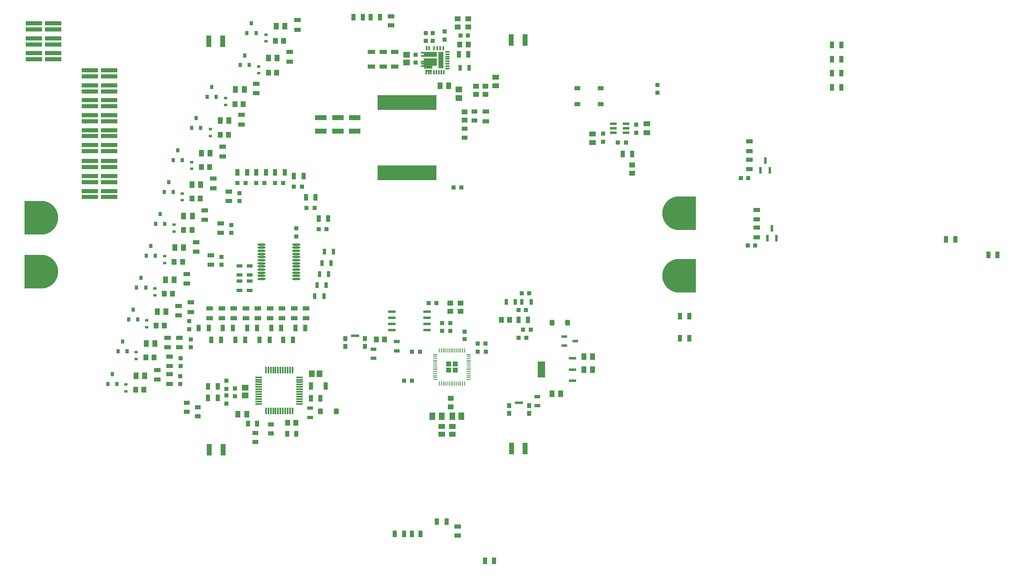
<source format=gbr>
%TF.GenerationSoftware,KiCad,Pcbnew,7.0.10*%
%TF.CreationDate,2025-04-22T22:54:08-04:00*%
%TF.ProjectId,bms-board,626d732d-626f-4617-9264-2e6b69636164,rev?*%
%TF.SameCoordinates,Original*%
%TF.FileFunction,Paste,Top*%
%TF.FilePolarity,Positive*%
%FSLAX46Y46*%
G04 Gerber Fmt 4.6, Leading zero omitted, Abs format (unit mm)*
G04 Created by KiCad (PCBNEW 7.0.10) date 2025-04-22 22:54:08*
%MOMM*%
%LPD*%
G01*
G04 APERTURE LIST*
G04 Aperture macros list*
%AMRoundRect*
0 Rectangle with rounded corners*
0 $1 Rounding radius*
0 $2 $3 $4 $5 $6 $7 $8 $9 X,Y pos of 4 corners*
0 Add a 4 corners polygon primitive as box body*
4,1,4,$2,$3,$4,$5,$6,$7,$8,$9,$2,$3,0*
0 Add four circle primitives for the rounded corners*
1,1,$1+$1,$2,$3*
1,1,$1+$1,$4,$5*
1,1,$1+$1,$6,$7*
1,1,$1+$1,$8,$9*
0 Add four rect primitives between the rounded corners*
20,1,$1+$1,$2,$3,$4,$5,0*
20,1,$1+$1,$4,$5,$6,$7,0*
20,1,$1+$1,$6,$7,$8,$9,0*
20,1,$1+$1,$8,$9,$2,$3,0*%
%AMFreePoly0*
4,1,34,-3.500000,0.000000,-3.488454,0.284056,-3.437293,0.659559,-3.345832,1.027329,-3.215145,1.383055,-3.046763,1.722566,-2.842661,2.041881,-2.605231,2.337257,-2.337257,2.605231,-2.041881,2.842661,-1.722566,3.046763,-1.383055,3.215145,-1.027329,3.345832,-0.659559,3.437293,-0.284056,3.488454,0.000000,3.500000,0.284056,3.488454,0.659559,3.437293,1.027329,3.345832,1.383055,3.215145,
1.722566,3.046763,2.041881,2.842661,2.337257,2.605231,2.605231,2.337257,2.842661,2.041881,3.046763,1.722566,3.215145,1.383055,3.345832,1.027329,3.437293,0.659559,3.488454,0.284056,3.500000,0.000000,3.500000,-3.500000,-3.500000,-3.500000,-3.500000,0.000000,-3.500000,0.000000,$1*%
G04 Aperture macros list end*
%ADD10R,1.450000X0.950000*%
%ADD11R,0.890000X0.930000*%
%ADD12R,1.397000X0.863600*%
%ADD13R,1.300000X0.700000*%
%ADD14R,0.863600X1.397000*%
%ADD15R,0.950000X1.450000*%
%ADD16R,3.352800X0.903200*%
%ADD17R,1.193800X1.016000*%
%ADD18R,0.700000X0.600000*%
%ADD19R,1.016000X1.193800*%
%ADD20R,1.600000X0.855600*%
%ADD21R,0.300000X1.475000*%
%ADD22R,1.475000X0.300000*%
%ADD23R,12.192000X3.022600*%
%ADD24R,0.863600X1.244600*%
%ADD25R,0.889000X0.863600*%
%ADD26R,1.524000X0.533400*%
%ADD27R,0.965200X1.346200*%
%ADD28R,0.863600X0.889000*%
%ADD29R,0.800000X0.900000*%
%ADD30R,1.244600X0.863600*%
%ADD31R,1.000000X1.400000*%
%ADD32R,0.920000X1.380000*%
%ADD33R,2.489200X1.066800*%
%ADD34R,0.700000X1.300000*%
%ADD35RoundRect,0.242500X-0.242500X-0.367500X0.242500X-0.367500X0.242500X0.367500X-0.242500X0.367500X0*%
%ADD36R,1.470000X1.160000*%
%ADD37O,1.649999X0.449999*%
%ADD38R,1.110000X1.470000*%
%ADD39R,1.549400X0.609600*%
%ADD40R,1.549400X3.251200*%
%ADD41R,1.380000X0.920000*%
%ADD42R,1.066800X2.489200*%
%ADD43R,1.300000X1.500000*%
%ADD44R,1.066800X1.397000*%
%ADD45R,1.447800X1.117600*%
%ADD46R,1.397000X1.066800*%
%ADD47R,0.609600X1.320800*%
%ADD48R,1.346200X0.965200*%
%ADD49R,0.930000X0.890000*%
%ADD50R,1.449997X1.305598*%
%ADD51R,1.400000X1.100000*%
%ADD52R,1.244600X0.939800*%
%ADD53R,1.150000X0.600000*%
%ADD54RoundRect,0.250000X-0.292217X-0.292217X0.292217X-0.292217X0.292217X0.292217X-0.292217X0.292217X0*%
%ADD55RoundRect,0.050000X-0.387500X-0.050000X0.387500X-0.050000X0.387500X0.050000X-0.387500X0.050000X0*%
%ADD56RoundRect,0.050000X-0.050000X-0.387500X0.050000X-0.387500X0.050000X0.387500X-0.050000X0.387500X0*%
%ADD57R,0.889000X0.990600*%
%ADD58R,1.701800X0.558800*%
%ADD59R,1.005599X1.199998*%
%ADD60R,0.855600X1.600000*%
%ADD61R,1.320800X0.558800*%
%ADD62R,1.305598X1.449997*%
%ADD63R,0.350000X0.950000*%
%ADD64R,0.950000X0.350000*%
%ADD65R,1.350000X0.300000*%
%ADD66R,1.100000X3.400000*%
%ADD67R,2.700000X1.100000*%
%ADD68R,2.700000X1.520000*%
%ADD69R,1.730000X2.100000*%
%ADD70FreePoly0,270.000000*%
%ADD71FreePoly0,90.000000*%
G04 APERTURE END LIST*
%TO.C,U5*%
G36*
X138348900Y-107525600D02*
G01*
X136799500Y-107525600D01*
X136799500Y-104274400D01*
X138348900Y-104274400D01*
X138348900Y-107525600D01*
G37*
%TD*%
D10*
%TO.C,R1*%
X60500000Y-106900000D03*
X60500000Y-108900000D03*
%TD*%
D11*
%TO.C,C88*%
X178859998Y-66200000D03*
X180399998Y-66200000D03*
%TD*%
D12*
%TO.C,R78*%
X71338850Y-93200000D03*
X71338850Y-95257400D03*
%TD*%
D13*
%TO.C,R91*%
X89700000Y-113900000D03*
X89700000Y-115800000D03*
%TD*%
%TO.C,R117*%
X136700000Y-111500000D03*
X136700000Y-113400000D03*
%TD*%
D14*
%TO.C,R82*%
X84081450Y-99728700D03*
X86138850Y-99728700D03*
%TD*%
D15*
%TO.C,R46*%
X84400000Y-65000000D03*
X82400000Y-65000000D03*
%TD*%
D10*
%TO.C,R30*%
X67850000Y-74900000D03*
X67850000Y-72900000D03*
%TD*%
D16*
%TO.C,R3*%
X44000000Y-70147771D03*
X44000000Y-68891971D03*
%TD*%
D17*
%TO.C,R108*%
X121625000Y-52500300D03*
X121625000Y-54202100D03*
%TD*%
D10*
%TO.C,R6*%
X60500000Y-103200000D03*
X60500000Y-105200000D03*
%TD*%
D18*
%TO.C,Z3*%
X55800000Y-97100000D03*
X55800000Y-95700000D03*
%TD*%
D19*
%TO.C,R37*%
X68801800Y-63949000D03*
X67100000Y-63949000D03*
%TD*%
D20*
%TO.C,C30*%
X104800000Y-43108400D03*
X104800000Y-40052798D03*
%TD*%
D21*
%TO.C,U2*%
X86000000Y-106024000D03*
X85500000Y-106024000D03*
X85000000Y-106024000D03*
X84500000Y-106024000D03*
X84000000Y-106024000D03*
X83500000Y-106024000D03*
X83000000Y-106024000D03*
X82500000Y-106024000D03*
X82000000Y-106024000D03*
X81500000Y-106024000D03*
X81000000Y-106024000D03*
X80500000Y-106024000D03*
D22*
X79012000Y-107512000D03*
X79012000Y-108012000D03*
X79012000Y-108512000D03*
X79012000Y-109012000D03*
X79012000Y-109512000D03*
X79012000Y-110012000D03*
X79012000Y-110512000D03*
X79012000Y-111012000D03*
X79012000Y-111512000D03*
X79012000Y-112012000D03*
X79012000Y-112512000D03*
X79012000Y-113012000D03*
D21*
X80500000Y-114500000D03*
X81000000Y-114500000D03*
X81500000Y-114500000D03*
X82000000Y-114500000D03*
X82500000Y-114500000D03*
X83000000Y-114500000D03*
X83500000Y-114500000D03*
X84000000Y-114500000D03*
X84500000Y-114500000D03*
X85000000Y-114500000D03*
X85500000Y-114500000D03*
X86000000Y-114500000D03*
D22*
X87488000Y-113012000D03*
X87488000Y-112512000D03*
X87488000Y-112012000D03*
X87488000Y-111512000D03*
X87488000Y-111012000D03*
X87488000Y-110512000D03*
X87488000Y-110012000D03*
X87488000Y-109512000D03*
X87488000Y-109012000D03*
X87488000Y-108512000D03*
X87488000Y-108012000D03*
X87488000Y-107512000D03*
%TD*%
D23*
%TO.C,L1*%
X109700000Y-50555200D03*
X109700000Y-65109400D03*
%TD*%
D24*
%TO.C,C27*%
X86754200Y-119200000D03*
X84900000Y-119200000D03*
%TD*%
D15*
%TO.C,R93*%
X70512000Y-111788000D03*
X68512000Y-111788000D03*
%TD*%
D13*
%TO.C,R116*%
X107600000Y-100100000D03*
X107600000Y-102000000D03*
%TD*%
D15*
%TO.C,R61*%
X93400000Y-74600000D03*
X91400000Y-74600000D03*
%TD*%
D16*
%TO.C,R43*%
X44000000Y-45155800D03*
X44000000Y-43900000D03*
%TD*%
%TO.C,R28*%
X44000000Y-54443743D03*
X44000000Y-53187943D03*
%TD*%
%TO.C,R58*%
X32400000Y-35408038D03*
X32400000Y-34152238D03*
%TD*%
D25*
%TO.C,C34*%
X111500000Y-42300000D03*
X111500000Y-40649000D03*
%TD*%
D26*
%TO.C,U4*%
X106555100Y-93895000D03*
X106555100Y-95165000D03*
X106555100Y-96435000D03*
X106555100Y-97705000D03*
X113844900Y-97705000D03*
X113844900Y-96435000D03*
X113844900Y-95165000D03*
X113844900Y-93895000D03*
%TD*%
D27*
%TO.C,LED14*%
X112554200Y-140000000D03*
X110700000Y-140000000D03*
%TD*%
D28*
%TO.C,C61*%
X114200000Y-92100000D03*
X115851000Y-92100000D03*
%TD*%
D29*
%TO.C,Q2*%
X49849800Y-102100000D03*
X51750200Y-102100000D03*
X50800000Y-100100000D03*
%TD*%
D30*
%TO.C,C25*%
X78300000Y-120900000D03*
X78300000Y-119045800D03*
%TD*%
D31*
%TO.C,LED3*%
X58000000Y-93900000D03*
X59800000Y-93900000D03*
%TD*%
D25*
%TO.C,C1*%
X62700000Y-107249000D03*
X62700000Y-108900000D03*
%TD*%
D32*
%TO.C,R129*%
X197810000Y-47410000D03*
X199720000Y-47410000D03*
%TD*%
D28*
%TO.C,C76*%
X124400000Y-102200000D03*
X126051000Y-102200000D03*
%TD*%
D16*
%TO.C,R14*%
X48000000Y-63955800D03*
X48000000Y-62700000D03*
%TD*%
D32*
%TO.C,R112*%
X168210000Y-94840000D03*
X166300000Y-94840000D03*
%TD*%
D33*
%TO.C,C46*%
X95400000Y-53655200D03*
X95400000Y-56500000D03*
%TD*%
D34*
%TO.C,R70*%
X90600000Y-90700000D03*
X92500000Y-90700000D03*
%TD*%
%TO.C,R62*%
X94500000Y-81500000D03*
X92600000Y-81500000D03*
%TD*%
%TO.C,R123*%
X135440000Y-91900000D03*
X133540000Y-91900000D03*
%TD*%
D10*
%TO.C,R15*%
X62400000Y-94700000D03*
X62400000Y-92700000D03*
%TD*%
D35*
%TO.C,D1*%
X91800000Y-114600000D03*
X95080000Y-114600000D03*
%TD*%
D36*
%TO.C,C37*%
X120500000Y-49600000D03*
X120500000Y-47840000D03*
%TD*%
D17*
%TO.C,R130*%
X156400000Y-65201800D03*
X156400000Y-63500000D03*
%TD*%
D15*
%TO.C,R51*%
X88300000Y-65800000D03*
X86300000Y-65800000D03*
%TD*%
D30*
%TO.C,C22*%
X64100000Y-112772900D03*
X64100000Y-114627100D03*
%TD*%
D16*
%TO.C,R13*%
X44000000Y-63955800D03*
X44000000Y-62700000D03*
%TD*%
D14*
%TO.C,R88*%
X69138850Y-99728700D03*
X71196250Y-99728700D03*
%TD*%
D33*
%TO.C,C47*%
X91900000Y-53655200D03*
X91900000Y-56500000D03*
%TD*%
D37*
%TO.C,U1*%
X79549999Y-80000000D03*
X79549999Y-80650001D03*
X79549999Y-81300000D03*
X79549999Y-81950001D03*
X79549999Y-82600000D03*
X79549999Y-83250001D03*
X79549999Y-83900000D03*
X79549999Y-84550001D03*
X79549999Y-85200000D03*
X79549999Y-85850001D03*
X79549999Y-86499999D03*
X79549999Y-87150001D03*
X86800000Y-87150001D03*
X86800000Y-86499999D03*
X86800000Y-85850001D03*
X86800000Y-85200000D03*
X86800000Y-84550001D03*
X86800000Y-83900000D03*
X86800000Y-83250001D03*
X86800000Y-82600000D03*
X86800000Y-81950001D03*
X86800000Y-81300000D03*
X86800000Y-80650001D03*
X86800000Y-80000000D03*
%TD*%
D31*
%TO.C,LED2*%
X55700000Y-100500000D03*
X57500000Y-100500000D03*
%TD*%
D10*
%TO.C,R35*%
X69600000Y-68300000D03*
X69600000Y-66300000D03*
%TD*%
D27*
%TO.C,LED13*%
X230174300Y-82129300D03*
X232028500Y-82129300D03*
%TD*%
D25*
%TO.C,C5*%
X71300000Y-84200000D03*
X71300000Y-82549000D03*
%TD*%
D12*
%TO.C,R77*%
X73838850Y-93200000D03*
X73838850Y-95257400D03*
%TD*%
D25*
%TO.C,C6*%
X73300000Y-77600000D03*
X73300000Y-75949000D03*
%TD*%
D15*
%TO.C,R41*%
X80500000Y-65000000D03*
X78500000Y-65000000D03*
%TD*%
D38*
%TO.C,C21*%
X76500000Y-115200000D03*
X74700000Y-115200000D03*
%TD*%
D18*
%TO.C,Z2*%
X53600000Y-103700000D03*
X53600000Y-102300000D03*
%TD*%
D24*
%TO.C,C24*%
X78654200Y-117100000D03*
X76800000Y-117100000D03*
%TD*%
D10*
%TO.C,R10*%
X60100000Y-101300000D03*
X60100000Y-99300000D03*
%TD*%
D19*
%TO.C,R2*%
X55201800Y-110100000D03*
X53500000Y-110100000D03*
%TD*%
D39*
%TO.C,U5*%
X144025800Y-108198700D03*
D40*
X137574200Y-105900000D03*
D39*
X144025800Y-105900000D03*
X144025800Y-103601300D03*
%TD*%
D25*
%TO.C,C7*%
X75000000Y-71000000D03*
X75000000Y-69349000D03*
%TD*%
D16*
%TO.C,R4*%
X48000000Y-70149914D03*
X48000000Y-68894114D03*
%TD*%
D31*
%TO.C,LED8*%
X67100000Y-61100000D03*
X68900000Y-61100000D03*
%TD*%
D14*
%TO.C,R81*%
X86581450Y-97328700D03*
X88638850Y-97328700D03*
%TD*%
D15*
%TO.C,R56*%
X90800000Y-70200000D03*
X88800000Y-70200000D03*
%TD*%
D19*
%TO.C,R32*%
X66901800Y-70449000D03*
X65200000Y-70449000D03*
%TD*%
D31*
%TO.C,LED12*%
X82649100Y-34700000D03*
X84449100Y-34700000D03*
%TD*%
D41*
%TO.C,R95*%
X106400000Y-32690000D03*
X106400000Y-34600000D03*
%TD*%
D32*
%TO.C,R111*%
X168210000Y-99440000D03*
X166300000Y-99440000D03*
%TD*%
D16*
%TO.C,R33*%
X44000000Y-51347762D03*
X44000000Y-50091962D03*
%TD*%
D14*
%TO.C,R87*%
X71581450Y-97328700D03*
X73638850Y-97328700D03*
%TD*%
D30*
%TO.C,C41*%
X121625000Y-55975000D03*
X121625000Y-57829200D03*
%TD*%
D18*
%TO.C,Z1*%
X51500000Y-110400000D03*
X51500000Y-109000000D03*
%TD*%
D25*
%TO.C,C65*%
X117000000Y-96249000D03*
X117000000Y-97900000D03*
%TD*%
D12*
%TO.C,R74*%
X81338850Y-93200000D03*
X81338850Y-95257400D03*
%TD*%
D10*
%TO.C,R31*%
X72800000Y-69000000D03*
X72800000Y-71000000D03*
%TD*%
D16*
%TO.C,R23*%
X44000000Y-57539724D03*
X44000000Y-56283924D03*
%TD*%
D10*
%TO.C,R50*%
X78500000Y-48651000D03*
X78500000Y-46651000D03*
%TD*%
D28*
%TO.C,C77*%
X135400000Y-97600000D03*
X133749000Y-97600000D03*
%TD*%
D19*
%TO.C,R7*%
X57301800Y-103400000D03*
X55600000Y-103400000D03*
%TD*%
D42*
%TO.C,C44*%
X71600000Y-122500000D03*
X68755200Y-122500000D03*
%TD*%
D43*
%TO.C,C59*%
X115000000Y-115600000D03*
X116900000Y-115600000D03*
%TD*%
D44*
%TO.C,C62*%
X146400000Y-103200000D03*
X148203400Y-103200000D03*
%TD*%
D34*
%TO.C,R69*%
X91100000Y-88400000D03*
X93000000Y-88400000D03*
%TD*%
D12*
%TO.C,R76*%
X76338850Y-93200000D03*
X76338850Y-95257400D03*
%TD*%
D16*
%TO.C,R53*%
X32400000Y-38504019D03*
X32400000Y-37248219D03*
%TD*%
D29*
%TO.C,Q1*%
X47749800Y-108900000D03*
X49650200Y-108900000D03*
X48700000Y-106900000D03*
%TD*%
D30*
%TO.C,C26*%
X81500000Y-117300000D03*
X81500000Y-119154200D03*
%TD*%
D16*
%TO.C,R44*%
X48000000Y-45155800D03*
X48000000Y-43900000D03*
%TD*%
D20*
%TO.C,C29*%
X102400000Y-43108400D03*
X102400000Y-40052798D03*
%TD*%
D30*
%TO.C,C39*%
X123700000Y-52418700D03*
X123700000Y-54272900D03*
%TD*%
D25*
%TO.C,C18*%
X74112000Y-109788000D03*
X74112000Y-111439000D03*
%TD*%
D17*
%TO.C,R100*%
X122390000Y-34931300D03*
X122390000Y-33229500D03*
%TD*%
D31*
%TO.C,LED7*%
X65200000Y-67600000D03*
X67000000Y-67600000D03*
%TD*%
D12*
%TO.C,R79*%
X68838850Y-93200000D03*
X68838850Y-95257400D03*
%TD*%
D45*
%TO.C,C35*%
X128070200Y-45279600D03*
X128070200Y-47073200D03*
%TD*%
D13*
%TO.C,R120*%
X102800000Y-103600000D03*
X102800000Y-101700000D03*
%TD*%
D46*
%TO.C,C86*%
X159400000Y-56800000D03*
X159400000Y-54996600D03*
%TD*%
D42*
%TO.C,C52*%
X68655200Y-37900000D03*
X71500000Y-37900000D03*
%TD*%
D34*
%TO.C,R67*%
X92100000Y-83800000D03*
X94000000Y-83800000D03*
%TD*%
D31*
%TO.C,LED1*%
X53600000Y-107200000D03*
X55400000Y-107200000D03*
%TD*%
D11*
%TO.C,C78*%
X135040000Y-90100000D03*
X133500000Y-90100000D03*
%TD*%
D31*
%TO.C,LED9*%
X71000000Y-54300000D03*
X72800000Y-54300000D03*
%TD*%
D29*
%TO.C,Q11*%
X75149800Y-42800000D03*
X77050200Y-42800000D03*
X76100000Y-40800000D03*
%TD*%
D19*
%TO.C,R17*%
X61151800Y-90200000D03*
X59450000Y-90200000D03*
%TD*%
D17*
%TO.C,R98*%
X125970200Y-47171400D03*
X125970200Y-48873200D03*
%TD*%
D10*
%TO.C,R45*%
X75400000Y-55100000D03*
X75400000Y-53100000D03*
%TD*%
D19*
%TO.C,R115*%
X103398200Y-99700000D03*
X105100000Y-99700000D03*
%TD*%
D14*
%TO.C,R84*%
X79181450Y-99728700D03*
X81238850Y-99728700D03*
%TD*%
D38*
%TO.C,C38*%
X118400000Y-47100000D03*
X116600000Y-47100000D03*
%TD*%
D15*
%TO.C,R80*%
X91800000Y-111900000D03*
X89800000Y-111900000D03*
%TD*%
D25*
%TO.C,C3*%
X64900000Y-101300000D03*
X64900000Y-99649000D03*
%TD*%
D47*
%TO.C,U9*%
X182999998Y-64600000D03*
X184900000Y-64600000D03*
X183949999Y-62569600D03*
%TD*%
D10*
%TO.C,R20*%
X64050000Y-88100000D03*
X64050000Y-86100000D03*
%TD*%
D48*
%TO.C,LED15*%
X120200000Y-140300000D03*
X120200000Y-138445800D03*
%TD*%
D49*
%TO.C,C67*%
X121700000Y-98060000D03*
X121700000Y-99600000D03*
%TD*%
D19*
%TO.C,R57*%
X84150900Y-37800000D03*
X82449100Y-37800000D03*
%TD*%
D28*
%TO.C,C73*%
X110751000Y-108200000D03*
X109100000Y-108200000D03*
%TD*%
D15*
%TO.C,R36*%
X76600000Y-65000000D03*
X74600000Y-65000000D03*
%TD*%
D14*
%TO.C,R85*%
X76581450Y-97328700D03*
X78638850Y-97328700D03*
%TD*%
D29*
%TO.C,Q3*%
X52049800Y-95500000D03*
X53950200Y-95500000D03*
X53000000Y-93500000D03*
%TD*%
D28*
%TO.C,C12*%
X88900000Y-72400000D03*
X90551000Y-72400000D03*
%TD*%
D17*
%TO.C,R103*%
X120221800Y-33229500D03*
X120221800Y-34931300D03*
%TD*%
D28*
%TO.C,C85*%
X153449000Y-58900000D03*
X155100000Y-58900000D03*
%TD*%
D10*
%TO.C,R26*%
X71150000Y-75600000D03*
X71150000Y-77600000D03*
%TD*%
D28*
%TO.C,C79*%
X134451000Y-99300000D03*
X132800000Y-99300000D03*
%TD*%
D19*
%TO.C,R47*%
X75801800Y-50900000D03*
X74100000Y-50900000D03*
%TD*%
D32*
%TO.C,R97*%
X98632400Y-32823700D03*
X100542400Y-32823700D03*
%TD*%
D10*
%TO.C,R133*%
X180699998Y-60600000D03*
X180699998Y-58600000D03*
%TD*%
D20*
%TO.C,C31*%
X107200000Y-43100000D03*
X107200000Y-40044398D03*
%TD*%
D19*
%TO.C,R12*%
X59401800Y-96800000D03*
X57700000Y-96800000D03*
%TD*%
D29*
%TO.C,Q5*%
X55700000Y-82300000D03*
X57600400Y-82300000D03*
X56650200Y-80300000D03*
%TD*%
D28*
%TO.C,C10*%
X82400000Y-67200000D03*
X84051000Y-67200000D03*
%TD*%
D32*
%TO.C,R114*%
X107190000Y-140000000D03*
X109100000Y-140000000D03*
%TD*%
D25*
%TO.C,C75*%
X118700000Y-97900000D03*
X118700000Y-96249000D03*
%TD*%
D33*
%TO.C,C45*%
X98900000Y-53655200D03*
X98900000Y-56500000D03*
%TD*%
D17*
%TO.C,R119*%
X120800000Y-93800000D03*
X120800000Y-92098200D03*
%TD*%
D34*
%TO.C,R107*%
X122600000Y-43400000D03*
X120700000Y-43400000D03*
%TD*%
D13*
%TO.C,R64*%
X75000000Y-86300000D03*
X75000000Y-84400000D03*
%TD*%
D16*
%TO.C,R9*%
X48000000Y-67051781D03*
X48000000Y-65795981D03*
%TD*%
D28*
%TO.C,C11*%
X86300000Y-68000000D03*
X87951000Y-68000000D03*
%TD*%
D29*
%TO.C,Q9*%
X65099600Y-55800000D03*
X67000000Y-55800000D03*
X66049800Y-53800000D03*
%TD*%
%TO.C,Q8*%
X61300000Y-62500000D03*
X63200400Y-62500000D03*
X62250200Y-60500000D03*
%TD*%
D11*
%TO.C,C87*%
X180359998Y-80200000D03*
X181899998Y-80200000D03*
%TD*%
D32*
%TO.C,R96*%
X102232400Y-32823700D03*
X104142400Y-32823700D03*
%TD*%
D19*
%TO.C,R22*%
X63201800Y-83600000D03*
X61500000Y-83600000D03*
%TD*%
D16*
%TO.C,R19*%
X48000000Y-60635705D03*
X48000000Y-59379905D03*
%TD*%
%TO.C,R18*%
X44000000Y-60635705D03*
X44000000Y-59379905D03*
%TD*%
D31*
%TO.C,LED5*%
X61600000Y-80600000D03*
X63400000Y-80600000D03*
%TD*%
D14*
%TO.C,R89*%
X66581450Y-97328700D03*
X68638850Y-97328700D03*
%TD*%
D46*
%TO.C,C82*%
X148200000Y-58900000D03*
X148200000Y-57096600D03*
%TD*%
D11*
%TO.C,C80*%
X134340000Y-93600000D03*
X132800000Y-93600000D03*
%TD*%
D34*
%TO.C,R68*%
X91600000Y-86100000D03*
X93500000Y-86100000D03*
%TD*%
D28*
%TO.C,C74*%
X112400000Y-102200000D03*
X110749000Y-102200000D03*
%TD*%
D25*
%TO.C,C83*%
X150400000Y-58651000D03*
X150400000Y-57000000D03*
%TD*%
D16*
%TO.C,R29*%
X48000000Y-54443743D03*
X48000000Y-53187943D03*
%TD*%
D10*
%TO.C,R40*%
X71500000Y-61700000D03*
X71500000Y-59700000D03*
%TD*%
%TO.C,R11*%
X62600000Y-99300000D03*
X62600000Y-101300000D03*
%TD*%
D31*
%TO.C,LED10*%
X74200000Y-47851000D03*
X76000000Y-47851000D03*
%TD*%
D18*
%TO.C,Z9*%
X69000000Y-57500000D03*
X69000000Y-56100000D03*
%TD*%
D50*
%TO.C,C32*%
X109600000Y-42254598D03*
X109600000Y-40649000D03*
%TD*%
D15*
%TO.C,R125*%
X134800000Y-95600000D03*
X132800000Y-95600000D03*
%TD*%
D25*
%TO.C,C17*%
X72312000Y-109888000D03*
X72312000Y-108237000D03*
%TD*%
D19*
%TO.C,R124*%
X129298200Y-95560900D03*
X131000000Y-95560900D03*
%TD*%
D28*
%TO.C,C43*%
X121000000Y-68200000D03*
X119349000Y-68200000D03*
%TD*%
D25*
%TO.C,C33*%
X117487400Y-35866100D03*
X117487400Y-37517100D03*
%TD*%
%TO.C,C81*%
X161600000Y-46900000D03*
X161600000Y-48551000D03*
%TD*%
D51*
%TO.C,X1*%
X116900000Y-119300000D03*
X119100000Y-119300000D03*
X119100000Y-117699998D03*
X116900000Y-117699998D03*
%TD*%
D16*
%TO.C,R39*%
X48000000Y-48251781D03*
X48000000Y-46995981D03*
%TD*%
D52*
%TO.C,LED16*%
X149900000Y-50900000D03*
X149900000Y-47600002D03*
X145023200Y-47600002D03*
X145023200Y-50900000D03*
%TD*%
D50*
%TO.C,C19*%
X76212000Y-111293598D03*
X76212000Y-109688000D03*
%TD*%
D32*
%TO.C,R104*%
X122400000Y-40600000D03*
X120490000Y-40600000D03*
%TD*%
D13*
%TO.C,R66*%
X77100000Y-86300000D03*
X77100000Y-84400000D03*
%TD*%
D29*
%TO.C,Q6*%
X57650000Y-75700000D03*
X59550400Y-75700000D03*
X58600200Y-73700000D03*
%TD*%
D34*
%TO.C,R122*%
X132200000Y-91900000D03*
X130300000Y-91900000D03*
%TD*%
D11*
%TO.C,C36*%
X120780000Y-36700000D03*
X122320000Y-36700000D03*
%TD*%
D28*
%TO.C,C9*%
X78500000Y-67200000D03*
X80151000Y-67200000D03*
%TD*%
D10*
%TO.C,R60*%
X87000000Y-35500000D03*
X87000000Y-33500000D03*
%TD*%
D25*
%TO.C,C84*%
X157200000Y-56796600D03*
X157200000Y-55145600D03*
%TD*%
D44*
%TO.C,C64*%
X141600000Y-110900000D03*
X139796600Y-110900000D03*
%TD*%
D53*
%TO.C,Q13*%
X142329200Y-99050000D03*
X142329200Y-100950000D03*
X144629200Y-100000000D03*
%TD*%
D54*
%TO.C,U6*%
X118400000Y-104725000D03*
X118400000Y-106000000D03*
X119675000Y-104725000D03*
X119675000Y-106000000D03*
D55*
X115600000Y-102762500D03*
X115600000Y-103162500D03*
X115600000Y-103562500D03*
X115600000Y-103962500D03*
X115600000Y-104362500D03*
X115600000Y-104762500D03*
X115600000Y-105162500D03*
X115600000Y-105562500D03*
X115600000Y-105962500D03*
X115600000Y-106362500D03*
X115600000Y-106762500D03*
X115600000Y-107162500D03*
X115600000Y-107562500D03*
X115600000Y-107962500D03*
D56*
X116437500Y-108800000D03*
X116837500Y-108800000D03*
X117237500Y-108800000D03*
X117637500Y-108800000D03*
X118037500Y-108800000D03*
X118437500Y-108800000D03*
X118837500Y-108800000D03*
X119237500Y-108800000D03*
X119637500Y-108800000D03*
X120037500Y-108800000D03*
X120437500Y-108800000D03*
X120837500Y-108800000D03*
X121237500Y-108800000D03*
X121637500Y-108800000D03*
D55*
X122475000Y-107962500D03*
X122475000Y-107562500D03*
X122475000Y-107162500D03*
X122475000Y-106762500D03*
X122475000Y-106362500D03*
X122475000Y-105962500D03*
X122475000Y-105562500D03*
X122475000Y-105162500D03*
X122475000Y-104762500D03*
X122475000Y-104362500D03*
X122475000Y-103962500D03*
X122475000Y-103562500D03*
X122475000Y-103162500D03*
X122475000Y-102762500D03*
D56*
X121637500Y-101925000D03*
X121237500Y-101925000D03*
X120837500Y-101925000D03*
X120437500Y-101925000D03*
X120037500Y-101925000D03*
X119637500Y-101925000D03*
X119237500Y-101925000D03*
X118837500Y-101925000D03*
X118437500Y-101925000D03*
X118037500Y-101925000D03*
X117637500Y-101925000D03*
X117237500Y-101925000D03*
X116837500Y-101925000D03*
X116437500Y-101925000D03*
%TD*%
D32*
%TO.C,R99*%
X125890000Y-145568700D03*
X127800000Y-145568700D03*
%TD*%
D29*
%TO.C,Q4*%
X53699800Y-88900000D03*
X55600200Y-88900000D03*
X54650000Y-86900000D03*
%TD*%
D10*
%TO.C,R55*%
X85400000Y-42100000D03*
X85400000Y-40100000D03*
%TD*%
D19*
%TO.C,R42*%
X72701800Y-57249000D03*
X71000000Y-57249000D03*
%TD*%
D16*
%TO.C,R54*%
X36400000Y-38504019D03*
X36400000Y-37248219D03*
%TD*%
D47*
%TO.C,U8*%
X184399998Y-78700000D03*
X186300000Y-78700000D03*
X185349999Y-76669600D03*
%TD*%
D44*
%TO.C,C63*%
X148200000Y-105900000D03*
X146396600Y-105900000D03*
%TD*%
D25*
%TO.C,C4*%
X64600000Y-97525500D03*
X64600000Y-95874500D03*
%TD*%
D19*
%TO.C,R94*%
X86701800Y-116900000D03*
X85000000Y-116900000D03*
%TD*%
D10*
%TO.C,R16*%
X64900000Y-92000000D03*
X64900000Y-94000000D03*
%TD*%
%TO.C,R132*%
X182198197Y-72800000D03*
X182198197Y-74800000D03*
%TD*%
D16*
%TO.C,R49*%
X32400000Y-41600000D03*
X32400000Y-40344200D03*
%TD*%
D32*
%TO.C,R128*%
X197810000Y-44480000D03*
X199720000Y-44480000D03*
%TD*%
D17*
%TO.C,R113*%
X118800000Y-113600000D03*
X118800000Y-111898200D03*
%TD*%
D16*
%TO.C,R59*%
X36400000Y-35408038D03*
X36400000Y-34152238D03*
%TD*%
D13*
%TO.C,R63*%
X75000000Y-87600000D03*
X75000000Y-89500000D03*
%TD*%
D30*
%TO.C,C23*%
X66400000Y-113700000D03*
X66400000Y-115554200D03*
%TD*%
D57*
%TO.C,SW2*%
X130900000Y-113400000D03*
X134999996Y-113400000D03*
X130900000Y-115000002D03*
X134999996Y-115000002D03*
D58*
X132949998Y-112775000D03*
%TD*%
D59*
%TO.C,R101*%
X122395598Y-38531300D03*
X120690000Y-38531300D03*
%TD*%
D14*
%TO.C,R86*%
X74181450Y-99728700D03*
X76238850Y-99728700D03*
%TD*%
D31*
%TO.C,LED6*%
X63450000Y-74100000D03*
X65250000Y-74100000D03*
%TD*%
D42*
%TO.C,C58*%
X131355200Y-37600000D03*
X134200000Y-37600000D03*
%TD*%
D18*
%TO.C,Z6*%
X61450000Y-77300000D03*
X61450000Y-75900000D03*
%TD*%
D15*
%TO.C,R90*%
X70512000Y-109388000D03*
X68512000Y-109388000D03*
%TD*%
D12*
%TO.C,R102*%
X126100000Y-54457400D03*
X126100000Y-52400000D03*
%TD*%
D32*
%TO.C,R127*%
X197810000Y-38620000D03*
X199720000Y-38620000D03*
%TD*%
D17*
%TO.C,R118*%
X118700000Y-93800000D03*
X118700000Y-92098200D03*
%TD*%
D25*
%TO.C,C20*%
X72312000Y-111288000D03*
X72312000Y-112939000D03*
%TD*%
D16*
%TO.C,R48*%
X36400000Y-41600000D03*
X36400000Y-40344200D03*
%TD*%
D18*
%TO.C,Z11*%
X79000000Y-44500000D03*
X79000000Y-43100000D03*
%TD*%
D43*
%TO.C,C60*%
X121000000Y-115600000D03*
X119100000Y-115600000D03*
%TD*%
D17*
%TO.C,R110*%
X124025000Y-47173200D03*
X124025000Y-48875000D03*
%TD*%
D29*
%TO.C,Q7*%
X59400000Y-69100000D03*
X61300400Y-69100000D03*
X60350200Y-67100000D03*
%TD*%
D25*
%TO.C,C14*%
X86800000Y-76649000D03*
X86800000Y-78300000D03*
%TD*%
D10*
%TO.C,R5*%
X58000000Y-108000000D03*
X58000000Y-106000000D03*
%TD*%
D19*
%TO.C,R52*%
X82701800Y-44349000D03*
X81000000Y-44349000D03*
%TD*%
D60*
%TO.C,C15*%
X92855602Y-109300000D03*
X89800000Y-109300000D03*
%TD*%
D16*
%TO.C,R38*%
X44000000Y-48251781D03*
X44000000Y-46995981D03*
%TD*%
D32*
%TO.C,R126*%
X197810000Y-41550000D03*
X199720000Y-41550000D03*
%TD*%
D61*
%TO.C,U7*%
X155100000Y-56850001D03*
X155100000Y-55900000D03*
X155100000Y-54949999D03*
X152509200Y-54949999D03*
X152509200Y-55900000D03*
X152509200Y-56850001D03*
%TD*%
D62*
%TO.C,C16*%
X91605598Y-106800000D03*
X90000000Y-106800000D03*
%TD*%
D25*
%TO.C,C40*%
X113597400Y-36140600D03*
X113597400Y-37791600D03*
%TD*%
D12*
%TO.C,R75*%
X78838850Y-93200000D03*
X78838850Y-95257400D03*
%TD*%
D29*
%TO.C,Q10*%
X68300000Y-49351000D03*
X70200400Y-49351000D03*
X69250200Y-47351000D03*
%TD*%
D12*
%TO.C,R71*%
X88838850Y-93200000D03*
X88838850Y-95257400D03*
%TD*%
D32*
%TO.C,R106*%
X221426500Y-78916000D03*
X223336500Y-78916000D03*
%TD*%
D16*
%TO.C,R34*%
X48000000Y-51347762D03*
X48000000Y-50091962D03*
%TD*%
D11*
%TO.C,C72*%
X125940000Y-100500000D03*
X124400000Y-100500000D03*
%TD*%
D10*
%TO.C,R134*%
X182199996Y-76500000D03*
X182199996Y-78500000D03*
%TD*%
%TO.C,R21*%
X69100000Y-82200000D03*
X69100000Y-84200000D03*
%TD*%
D16*
%TO.C,R8*%
X44000000Y-67051781D03*
X44000000Y-65795981D03*
%TD*%
D42*
%TO.C,C48*%
X134222400Y-122300000D03*
X131377600Y-122300000D03*
%TD*%
D18*
%TO.C,Z10*%
X72100000Y-51051000D03*
X72100000Y-49651000D03*
%TD*%
D15*
%TO.C,R131*%
X154400000Y-61200000D03*
X156400000Y-61200000D03*
%TD*%
D57*
%TO.C,SW1*%
X96900004Y-99499998D03*
X101000000Y-99499998D03*
X96900004Y-101100000D03*
X101000000Y-101100000D03*
D58*
X98950002Y-98874998D03*
%TD*%
D63*
%TO.C,U3*%
X117272400Y-39266600D03*
X116622400Y-39266600D03*
X115972400Y-39266600D03*
X115322400Y-39266600D03*
X114322400Y-39266600D03*
X113822400Y-39266600D03*
D64*
X113047400Y-40271600D03*
X113047400Y-40921600D03*
X113047400Y-42051600D03*
X113047400Y-42551600D03*
X113047400Y-43051600D03*
D63*
X113672400Y-44316600D03*
X114172400Y-44316600D03*
X114672400Y-44316600D03*
D65*
X114172400Y-43991600D03*
D63*
X115322400Y-44316600D03*
X115822400Y-44316600D03*
X116322400Y-44316600D03*
X116822400Y-44316600D03*
X117322400Y-44316600D03*
D64*
X118097400Y-43541600D03*
X118097400Y-43041600D03*
X118097400Y-42541600D03*
X118097400Y-42041600D03*
X118097400Y-41541600D03*
X118097400Y-41041600D03*
X118097400Y-40541600D03*
X118097400Y-40041600D03*
D66*
X116772400Y-41791600D03*
D67*
X114572400Y-40591600D03*
D68*
X114572400Y-42201600D03*
D69*
X114087400Y-42491600D03*
%TD*%
D25*
%TO.C,C2*%
X62800000Y-103549000D03*
X62800000Y-105200000D03*
%TD*%
D10*
%TO.C,R25*%
X66000000Y-81500000D03*
X66000000Y-79500000D03*
%TD*%
D28*
%TO.C,C13*%
X91400000Y-76800000D03*
X93051000Y-76800000D03*
%TD*%
D10*
%TO.C,R135*%
X180699998Y-62400000D03*
X180699998Y-64400000D03*
%TD*%
D29*
%TO.C,Q12*%
X76548700Y-36175300D03*
X78449100Y-36175300D03*
X77498900Y-34175300D03*
%TD*%
D16*
%TO.C,R24*%
X48000000Y-57539724D03*
X48000000Y-56283924D03*
%TD*%
D31*
%TO.C,LED11*%
X81000000Y-41300000D03*
X82800000Y-41300000D03*
%TD*%
D12*
%TO.C,R72*%
X86338850Y-93200000D03*
X86338850Y-95257400D03*
%TD*%
D18*
%TO.C,Z7*%
X63200000Y-70800000D03*
X63200000Y-69400000D03*
%TD*%
%TO.C,Z8*%
X65100000Y-64300000D03*
X65100000Y-62900000D03*
%TD*%
D49*
%TO.C,R105*%
X115097400Y-37791600D03*
X115097400Y-36163600D03*
%TD*%
D14*
%TO.C,R83*%
X81581450Y-97328700D03*
X83638850Y-97328700D03*
%TD*%
D19*
%TO.C,R27*%
X65151800Y-77000000D03*
X63450000Y-77000000D03*
%TD*%
D13*
%TO.C,R65*%
X77100000Y-87600000D03*
X77100000Y-89500000D03*
%TD*%
D28*
%TO.C,C8*%
X74600000Y-67200000D03*
X76251000Y-67200000D03*
%TD*%
D12*
%TO.C,R73*%
X83838850Y-93200000D03*
X83838850Y-95257400D03*
%TD*%
D31*
%TO.C,LED4*%
X59650000Y-87300000D03*
X61450000Y-87300000D03*
%TD*%
D18*
%TO.C,Z12*%
X80500000Y-37900000D03*
X80500000Y-36500000D03*
%TD*%
%TO.C,Z5*%
X59500000Y-83800000D03*
X59500000Y-82400000D03*
%TD*%
%TO.C,Z4*%
X57450000Y-90500000D03*
X57450000Y-89100000D03*
%TD*%
D15*
%TO.C,R121*%
X115900000Y-137445800D03*
X117900000Y-137445800D03*
%TD*%
D35*
%TO.C,D2*%
X139760000Y-96200000D03*
X143040000Y-96200000D03*
%TD*%
D70*
%TO.C,J6*%
X33950000Y-74400000D03*
X33950000Y-85600000D03*
%TD*%
D71*
%TO.C,J11*%
X166150000Y-86500000D03*
X166150000Y-73500000D03*
%TD*%
M02*

</source>
